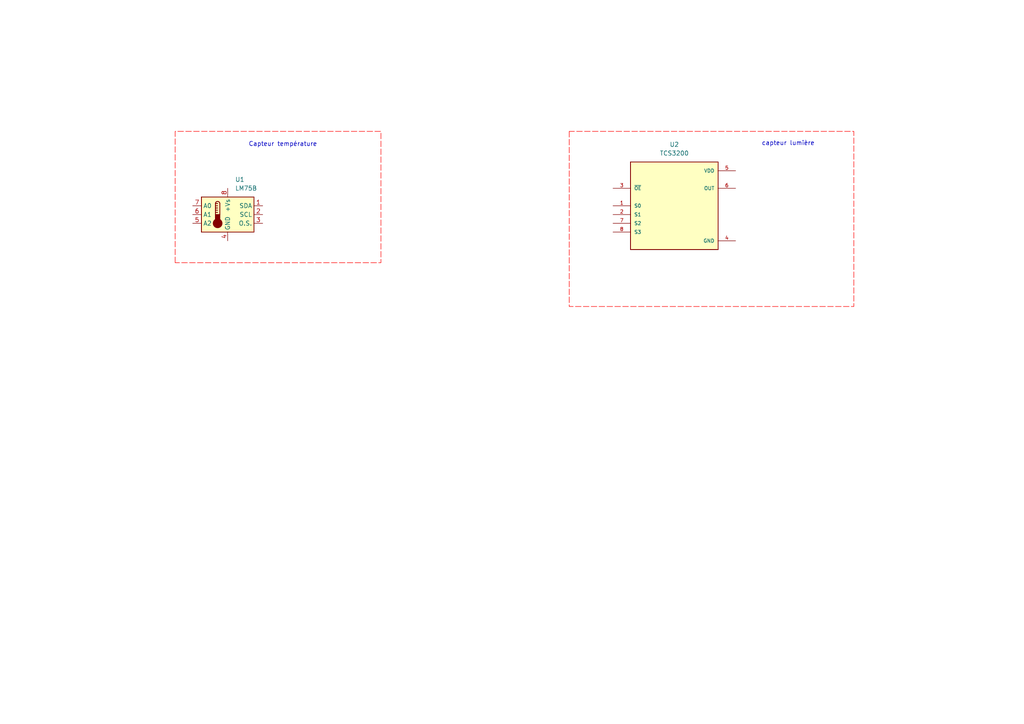
<source format=kicad_sch>
(kicad_sch (version 20250114) (generator "eeschema") (generator_version "9.0")
  (paper "A4")
  (lib_symbols
    (symbol "Sensor_Temperature:LM75B"
      (property "Reference" "U" (at -6.35 11.43 0))
      (property "Value" "LM75B" (at 0 11.43 0))
      (symbol "LM75B_0_1"
        (rectangle (start -7.62 5.08) (end 7.62 -5.08) (stroke (width 0.254)) (fill (type background)))
        (polyline (pts (xy -3.556 3.175) (xy -3.556 0)) (stroke (width 0.254)))
        (polyline (pts (xy -3.556 3.175) (xy -2.921 3.175)) (stroke (width 0.254)))
        (polyline (pts (xy -3.556 2.54) (xy -2.921 2.54)) (stroke (width 0.254)))
        (polyline (pts (xy -3.556 1.905) (xy -2.921 1.905)) (stroke (width 0.254)))
        (polyline (pts (xy -3.556 1.27) (xy -2.921 1.27)) (stroke (width 0.254)))
        (polyline (pts (xy -3.556 0.635) (xy -2.921 0.635)) (stroke (width 0.254)))
        (rectangle (start -3.556 0) (end -2.286 -1.905) (stroke (width 0.254)) (fill (type outline)))
        (arc (start -3.556 3.175) (mid -2.921 3.8073) (end -2.286 3.175) (stroke (width 0.254)))
        (circle (center -2.921 -2.54) (radius 1.27) (stroke (width 0.254)) (fill (type outline)))
        (polyline (pts (xy -2.286 3.175) (xy -2.286 0)) (stroke (width 0.254)))
      )
      (symbol "LM75B_1_1"
        (pin input line (at -10.16 2.54 0) (length 2.54) (name "A0") (number "7"))
        (pin input line (at -10.16 0 0) (length 2.54) (name "A1") (number "6"))
        (pin input line (at -10.16 -2.54 0) (length 2.54) (name "A2") (number "5"))
        (pin power_in line (at 0 7.62 270) (length 2.54) (name "+Vs") (number "8"))
        (pin power_in line (at 0 -7.62 90) (length 2.54) (name "GND") (number "4"))
        (pin bidirectional line (at 10.16 2.54 180) (length 2.54) (name "SDA") (number "1"))
        (pin input line (at 10.16 0 180) (length 2.54) (name "SCL") (number "2"))
        (pin open_collector line (at 10.16 -2.54 180) (length 2.54) (name "O.S.") (number "3"))
      )
    )
    (symbol "TCS3200:TCS3200" (pin_names (offset 1.016))
      (property "Reference" "U" (at -12.7 13.7 0))
      (property "Value" "TCS3200" (at -12.7 -15.24 0))
      (symbol "TCS3200_0_0"
        (rectangle (start -12.7 -12.7) (end 12.7 12.7) (stroke (width 0.254)) (fill (type background)))
        (pin input line (at -17.78 5.08 0) (length 5.08) (name "~{OE}") (number "3"))
        (pin input line (at -17.78 0 0) (length 5.08) (name "S0") (number "1"))
        (pin input line (at -17.78 -2.54 0) (length 5.08) (name "S1") (number "2"))
        (pin input line (at -17.78 -5.08 0) (length 5.08) (name "S2") (number "7"))
        (pin input line (at -17.78 -7.62 0) (length 5.08) (name "S3") (number "8"))
        (pin power_in line (at 17.78 10.16 180) (length 5.08) (name "VDD") (number "5"))
        (pin output line (at 17.78 5.08 180) (length 5.08) (name "OUT") (number "6"))
        (pin power_in line (at 17.78 -10.16 180) (length 5.08) (name "GND") (number "4"))
      )
    )
  )
  (text "capteur lumière\n" (at 228.6 41.656 0) (effects (font (size 1.27 1.27))))
  (text "Capteur température\n" (at 82.042 41.91 0) (effects (font (size 1.27 1.27))))
  (rule_area (polyline (pts (xy 50.8 76.2) (xy 50.8 38.1) (xy 110.49 38.1) (xy 110.49 76.2)) (stroke (width 0) (type dash))))
  (rule_area (polyline (pts (xy 165.1 38.1) (xy 165.1 88.9) (xy 247.65 88.9) (xy 247.65 38.1)) (stroke (width 0) (type dash))))
  (symbol (lib_id "TCS3200:TCS3200") (at 195.58 59.69 0) (unit 1)
    (property "Reference" "U2" (at 195.58 41.91 0))
    (property "Value" "TCS3200" (at 195.58 44.45 0))
    (property "Footprint" "TCS3200:SOIC127P600X175-8N" (effects (hide yes)))
    (property "MF" "ams" (effects (hide yes)))
    (property "Description_1" "Light to Frequency Ambient Light Sensor Digital 5V 8-Pin SOIC T/R" (effects (hide yes)))
    (property "Package" "SOIC-8 ams" (effects (hide yes)))
    (property "Price" "None" (effects (hide yes)))
    (property "SnapEDA_Link" "https://www.snapeda.com/parts/TCS3200/ams/view-part/?ref=snap" (effects (hide yes)))
    (property "MP" "TCS3200" (effects (hide yes)))
    (property "Availability" "Not in stock" (effects (hide yes)))
    (property "Check_prices" "https://www.snapeda.com/parts/TCS3200/ams/view-part/?ref=eda" (effects (hide yes)))
  )
  (symbol (lib_id "Sensor_Temperature:LM75B") (at 66.04 62.23 0) (unit 1)
    (property "Reference" "U1" (at 68.1833 52.07 0) (effects (justify left)))
    (property "Value" "LM75B" (at 68.1833 54.61 0) (effects (justify left)))
    (property "Datasheet" "http://www.ti.com/lit/ds/symlink/lm75b.pdf" (effects (hide yes)))
    (property "Description" "Digital Temperature Sensor & Thermal Watchdog with LP on I2C and bus fault timeout, SOIC-8 and VSSOP-8" (effects (hide yes)))
  )
)
</source>
